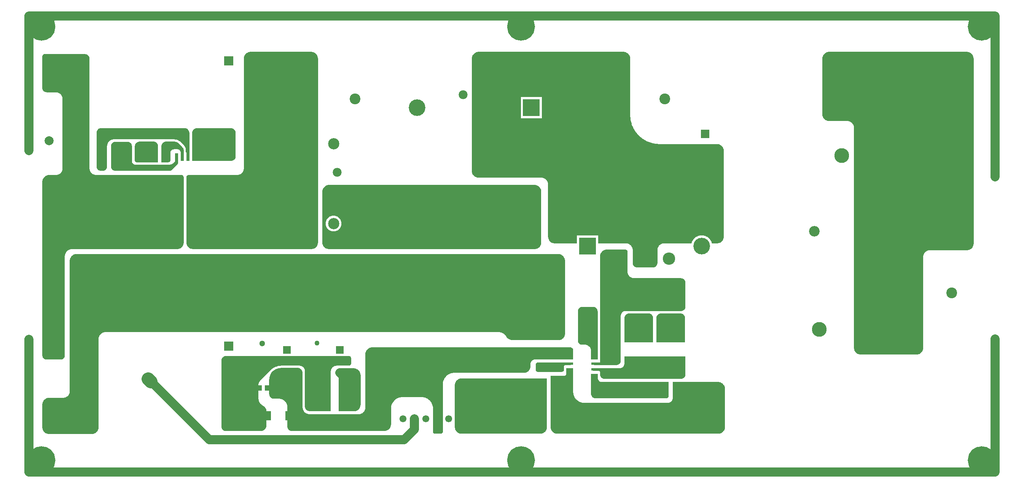
<source format=gtl>
G04*
G04 #@! TF.GenerationSoftware,Altium Limited,Altium Designer,19.1.5 (86)*
G04*
G04 Layer_Physical_Order=1*
G04 Layer_Color=255*
%FSLAX25Y25*%
%MOIN*%
G70*
G01*
G75*
%ADD16R,0.07284X0.13976*%
%ADD17R,0.15748X0.07874*%
%ADD18R,0.07284X0.04921*%
%ADD19R,0.06922X0.05140*%
%ADD20R,0.12598X0.07874*%
%ADD21R,0.10851X0.04547*%
%ADD22R,0.05728X0.02362*%
%ADD23R,0.06741X0.04166*%
%ADD24R,0.13976X0.07284*%
%ADD25R,0.02559X0.06890*%
%ADD26R,0.05136X0.07111*%
%ADD27R,0.04166X0.06741*%
%ADD43C,0.10827*%
%ADD44R,0.10827X0.10827*%
%ADD45C,0.14567*%
%ADD46R,0.14567X0.14567*%
%ADD58C,0.03937*%
%ADD59C,0.11811*%
%ADD60C,0.02559*%
%ADD61C,0.07874*%
%ADD62C,0.02362*%
%ADD63R,0.11811X0.08465*%
%ADD64C,0.12992*%
%ADD65R,0.12992X0.12992*%
%ADD66C,0.06102*%
%ADD67R,0.06102X0.06102*%
%ADD68C,0.09449*%
%ADD69R,0.09449X0.09449*%
%ADD70C,0.07874*%
%ADD71R,0.07874X0.07874*%
%ADD72C,0.19685*%
%ADD73C,0.06693*%
%ADD74R,0.06693X0.06693*%
%ADD75R,0.12992X0.12992*%
%ADD76C,0.05118*%
%ADD77C,0.07795*%
%ADD78R,0.07795X0.07795*%
%ADD79R,0.07795X0.07795*%
%ADD80C,0.09843*%
%ADD81C,0.09252*%
%ADD82C,0.05512*%
%ADD83C,0.04331*%
%ADD84C,0.04724*%
%ADD85C,0.05787*%
G36*
X829527Y375984D02*
X829527Y375984D01*
X829527Y375984D01*
X829760Y375984D01*
X830222Y375948D01*
X830680Y375875D01*
X831132Y375767D01*
X831573Y375623D01*
X832002Y375446D01*
X832415Y375235D01*
X832811Y374993D01*
X833186Y374720D01*
X833539Y374419D01*
X833867Y374091D01*
X834169Y373738D01*
X834442Y373362D01*
X834684Y372967D01*
X834895Y372553D01*
X835072Y372124D01*
X835216Y371683D01*
X835324Y371232D01*
X835397Y370773D01*
X835433Y370311D01*
X835433Y370079D01*
X835433Y208110D01*
X835433Y208110D01*
X835433Y207878D01*
X835396Y207415D01*
X835324Y206957D01*
X835215Y206506D01*
X835072Y206064D01*
X834894Y205636D01*
X834684Y205222D01*
X834441Y204826D01*
X834169Y204451D01*
X833867Y204098D01*
X833539Y203770D01*
X833186Y203469D01*
X832811Y203196D01*
X832415Y202954D01*
X832002Y202743D01*
X831573Y202565D01*
X831132Y202422D01*
X830680Y202314D01*
X830222Y202241D01*
X829760Y202205D01*
X829527Y202205D01*
X797165Y202205D01*
X797165Y202204D01*
X796933Y202200D01*
X796471Y202164D01*
X796013Y202091D01*
X795562Y201983D01*
X795121Y201839D01*
X794693Y201662D01*
X794280Y201452D01*
X793884Y201209D01*
X793509Y200937D01*
X793156Y200636D01*
X792829Y200308D01*
X792527Y199955D01*
X792255Y199580D01*
X792013Y199185D01*
X791802Y198772D01*
X791625Y198343D01*
X791481Y197902D01*
X791373Y197451D01*
X791301Y196993D01*
X791264Y196531D01*
X791260Y196299D01*
X791260Y116614D01*
X791260Y116614D01*
X791260Y116382D01*
X791223Y115919D01*
X791151Y115461D01*
X791042Y115010D01*
X790899Y114568D01*
X790721Y114140D01*
X790511Y113726D01*
X790268Y113330D01*
X789995Y112955D01*
X789694Y112602D01*
X789366Y112274D01*
X789013Y111973D01*
X788638Y111700D01*
X788242Y111458D01*
X787828Y111247D01*
X787400Y111069D01*
X786959Y110926D01*
X786507Y110818D01*
X786049Y110745D01*
X785586Y110709D01*
X785354Y110709D01*
X736575Y110709D01*
X736575Y110709D01*
X736343Y110709D01*
X735880Y110745D01*
X735422Y110818D01*
X734970Y110926D01*
X734529Y111069D01*
X734100Y111247D01*
X733687Y111458D01*
X733291Y111700D01*
X732916Y111973D01*
X732563Y112274D01*
X732235Y112602D01*
X731933Y112955D01*
X731661Y113331D01*
X731418Y113726D01*
X731208Y114140D01*
X731030Y114568D01*
X730887Y115010D01*
X730778Y115461D01*
X730706Y115919D01*
X730669Y116382D01*
X730669Y116614D01*
X730669Y309449D01*
X730669Y309449D01*
X730669Y309449D01*
X730665Y309684D01*
X730628Y310152D01*
X730554Y310616D01*
X730444Y311073D01*
X730299Y311520D01*
X730120Y311954D01*
X729906Y312373D01*
X729661Y312773D01*
X729385Y313154D01*
X729079Y313511D01*
X728747Y313843D01*
X728390Y314148D01*
X728010Y314424D01*
X727609Y314670D01*
X727190Y314883D01*
X726756Y315063D01*
X726309Y315208D01*
X725852Y315318D01*
X725388Y315392D01*
X724920Y315428D01*
X724685Y315433D01*
X708819D01*
Y315433D01*
X708587Y315433D01*
X708124Y315470D01*
X707666Y315542D01*
X707215Y315650D01*
X706773Y315794D01*
X706345Y315971D01*
X705931Y316182D01*
X705536Y316424D01*
X705160Y316697D01*
X704807Y316999D01*
X704479Y317327D01*
X704178Y317680D01*
X703905Y318055D01*
X703662Y318451D01*
X703452Y318864D01*
X703274Y319293D01*
X703131Y319734D01*
X703022Y320186D01*
X702950Y320644D01*
X702913Y321107D01*
Y321339D01*
Y370039D01*
X702913Y370273D01*
X702950Y370739D01*
X703023Y371200D01*
X703132Y371654D01*
X703276Y372099D01*
X703455Y372530D01*
X703667Y372946D01*
X703911Y373345D01*
X704186Y373723D01*
X704489Y374078D01*
X704820Y374408D01*
X705175Y374712D01*
X705553Y374986D01*
X705951Y375230D01*
X706367Y375442D01*
X706799Y375621D01*
X707243Y375765D01*
X707697Y375874D01*
X708159Y375948D01*
X708625Y375984D01*
X708858Y375984D01*
X730669Y375984D01*
X829527Y375984D01*
D02*
G37*
G36*
X528740Y375984D02*
X528740Y375984D01*
X528972Y375984D01*
X529435Y375948D01*
X529893Y375875D01*
X530344Y375767D01*
X530786Y375623D01*
X531214Y375446D01*
X531628Y375235D01*
X532023Y374993D01*
X532399Y374720D01*
X532752Y374419D01*
X533080Y374091D01*
X533381Y373738D01*
X533654Y373362D01*
X533897Y372967D01*
X534107Y372553D01*
X534285Y372124D01*
X534428Y371683D01*
X534537Y371232D01*
X534609Y370773D01*
X534646Y370311D01*
X534646Y370079D01*
Y320787D01*
X534646Y320787D01*
X534651Y320285D01*
X534690Y319283D01*
X534769Y318283D01*
X534887Y317286D01*
X535044Y316295D01*
X535239Y315311D01*
X535473Y314336D01*
X535746Y313370D01*
X536056Y312416D01*
X536403Y311474D01*
X536787Y310547D01*
X537207Y309636D01*
X537663Y308742D01*
X538153Y307867D01*
X538677Y307012D01*
X539235Y306177D01*
X539824Y305366D01*
X540446Y304578D01*
X541097Y303815D01*
X541778Y303078D01*
X542488Y302368D01*
X543224Y301688D01*
X543987Y301036D01*
X544775Y300415D01*
X545587Y299825D01*
X546421Y299268D01*
X547277Y298743D01*
X548152Y298253D01*
X549046Y297798D01*
X549957Y297378D01*
X550884Y296994D01*
X551826Y296646D01*
X552780Y296336D01*
X553745Y296064D01*
X554721Y295830D01*
X555705Y295634D01*
X556696Y295477D01*
X557692Y295359D01*
X558693Y295281D01*
X559695Y295241D01*
X560197Y295236D01*
X610709Y295236D01*
X610709Y295236D01*
X610709Y295236D01*
X610941Y295236D01*
X611403Y295199D01*
X611862Y295127D01*
X612313Y295019D01*
X612754Y294875D01*
X613183Y294698D01*
X613596Y294487D01*
X613992Y294245D01*
X614367Y293972D01*
X614720Y293671D01*
X615049Y293342D01*
X615350Y292990D01*
X615623Y292614D01*
X615865Y292218D01*
X616076Y291805D01*
X616253Y291376D01*
X616397Y290935D01*
X616505Y290484D01*
X616578Y290025D01*
X616614Y289563D01*
X616614Y289331D01*
X616614Y214173D01*
X616614Y214173D01*
X616614Y213936D01*
X616577Y213465D01*
X616503Y212997D01*
X616393Y212537D01*
X616246Y212087D01*
X616065Y211649D01*
X615850Y211228D01*
X615603Y210824D01*
X615325Y210441D01*
X615017Y210081D01*
X614682Y209747D01*
X614323Y209439D01*
X613940Y209161D01*
X613536Y208914D01*
X613114Y208699D01*
X612677Y208518D01*
X612227Y208371D01*
X611767Y208261D01*
X611299Y208187D01*
X610827Y208150D01*
X610591Y208150D01*
X606221D01*
X606186Y208301D01*
X606010Y208881D01*
X605796Y209448D01*
X605546Y210000D01*
X605261Y210534D01*
X604941Y211048D01*
X604588Y211541D01*
X604204Y212009D01*
X603790Y212451D01*
X603348Y212865D01*
X602879Y213249D01*
X602387Y213602D01*
X601872Y213922D01*
X601338Y214208D01*
X600787Y214458D01*
X600220Y214671D01*
X599640Y214847D01*
X599050Y214985D01*
X598452Y215083D01*
X597850Y215143D01*
X597244Y215162D01*
X596639Y215143D01*
X596036Y215083D01*
X595438Y214985D01*
X594848Y214847D01*
X594269Y214671D01*
X593702Y214458D01*
X593150Y214208D01*
X592616Y213922D01*
X592101Y213602D01*
X591609Y213249D01*
X591141Y212865D01*
X590698Y212451D01*
X590284Y212009D01*
X589900Y211541D01*
X589547Y211048D01*
X589227Y210534D01*
X588942Y210000D01*
X588692Y209448D01*
X588478Y208881D01*
X588303Y208301D01*
X588267Y208150D01*
X564331Y208150D01*
X564331Y208150D01*
X564099Y208145D01*
X563637Y208109D01*
X563179Y208036D01*
X562728Y207928D01*
X562287Y207785D01*
X561858Y207607D01*
X561445Y207397D01*
X561050Y207154D01*
X560675Y206882D01*
X560322Y206581D01*
X559994Y206253D01*
X559693Y205900D01*
X559420Y205525D01*
X559178Y205130D01*
X558968Y204716D01*
X558790Y204288D01*
X558647Y203847D01*
X558539Y203396D01*
X558466Y202938D01*
X558430Y202476D01*
X558425Y202244D01*
X558425Y191024D01*
X558425Y191024D01*
X558425Y190830D01*
X558387Y190445D01*
X558312Y190066D01*
X558200Y189696D01*
X558052Y189338D01*
X557869Y188997D01*
X557654Y188675D01*
X557409Y188376D01*
X557135Y188103D01*
X556836Y187857D01*
X556515Y187643D01*
X556174Y187460D01*
X555816Y187312D01*
X555446Y187200D01*
X555067Y187125D01*
X554682Y187087D01*
X554488Y187087D01*
X540748Y187087D01*
X540555Y187087D01*
X540170Y187125D01*
X539790Y187200D01*
X539420Y187312D01*
X539063Y187460D01*
X538722Y187643D01*
X538400Y187857D01*
X538101Y188103D01*
X537827Y188376D01*
X537582Y188675D01*
X537367Y188997D01*
X537185Y189338D01*
X537037Y189696D01*
X536924Y190066D01*
X536849Y190445D01*
X536811Y190830D01*
X536811Y191024D01*
X536811Y202244D01*
X536811D01*
X536811Y202244D01*
X536806Y202476D01*
X536770Y202938D01*
X536697Y203396D01*
X536589Y203847D01*
X536446Y204288D01*
X536269Y204716D01*
X536058Y205130D01*
X535816Y205525D01*
X535543Y205900D01*
X535242Y206253D01*
X534914Y206581D01*
X534562Y206882D01*
X534187Y207154D01*
X533791Y207397D01*
X533378Y207607D01*
X532949Y207785D01*
X532509Y207928D01*
X532058Y208036D01*
X531600Y208109D01*
X531137Y208145D01*
X530905Y208150D01*
X506496Y208150D01*
Y215158D01*
X487992D01*
Y208150D01*
X468622Y208150D01*
X468390Y208150D01*
X467928Y208186D01*
X467469Y208259D01*
X467018Y208367D01*
X466576Y208510D01*
X466148Y208688D01*
X465734Y208898D01*
X465339Y209141D01*
X464963Y209414D01*
X464610Y209715D01*
X464282Y210043D01*
X463981Y210396D01*
X463708Y210771D01*
X463465Y211167D01*
X463255Y211581D01*
X463077Y212010D01*
X462934Y212451D01*
X462825Y212902D01*
X462753Y213360D01*
X462716Y213823D01*
X462717Y214055D01*
X462716Y259764D01*
X462716D01*
X462716Y259764D01*
X462712Y259999D01*
X462675Y260467D01*
X462602Y260931D01*
X462492Y261388D01*
X462347Y261835D01*
X462167Y262269D01*
X461954Y262688D01*
X461708Y263088D01*
X461432Y263469D01*
X461127Y263826D01*
X460794Y264158D01*
X460437Y264463D01*
X460057Y264740D01*
X459656Y264985D01*
X459238Y265198D01*
X458804Y265378D01*
X458357Y265523D01*
X457900Y265633D01*
X457436Y265706D01*
X456967Y265743D01*
X456732Y265748D01*
X401811Y265748D01*
X401578Y265748D01*
X401112Y265785D01*
X400650Y265858D01*
X400196Y265967D01*
X399752Y266111D01*
X399320Y266290D01*
X398904Y266502D01*
X398506Y266746D01*
X398128Y267021D01*
X397773Y267324D01*
X397442Y267654D01*
X397139Y268010D01*
X396864Y268388D01*
X396620Y268786D01*
X396408Y269202D01*
X396229Y269634D01*
X396085Y270078D01*
X395976Y270532D01*
X395903Y270994D01*
X395866Y271459D01*
Y271693D01*
X395866Y370079D01*
X395866Y370079D01*
X395866Y370079D01*
X395866Y370311D01*
X395902Y370773D01*
X395975Y371232D01*
X396083Y371683D01*
X396227Y372124D01*
X396404Y372553D01*
X396615Y372967D01*
X396858Y373362D01*
X397130Y373738D01*
X397432Y374091D01*
X397760Y374419D01*
X398113Y374720D01*
X398488Y374993D01*
X398884Y375235D01*
X399297Y375446D01*
X399726Y375623D01*
X400167Y375767D01*
X400619Y375875D01*
X401077Y375948D01*
X401540Y375984D01*
X401772Y375984D01*
X528740Y375984D01*
X528740Y375984D01*
D02*
G37*
G36*
X255891Y375948D02*
X256350Y375875D01*
X256801Y375767D01*
X257242Y375623D01*
X257671Y375446D01*
X258085Y375235D01*
X258480Y374993D01*
X258856Y374720D01*
X259209Y374419D01*
X259537Y374091D01*
X259838Y373738D01*
X260111Y373362D01*
X260353Y372967D01*
X260564Y372553D01*
X260742Y372124D01*
X260885Y371683D01*
X260993Y371232D01*
X261066Y370773D01*
X261102Y370311D01*
X261102Y370079D01*
X261101Y209054D01*
X261101Y209054D01*
Y208822D01*
X261065Y208360D01*
X260992Y207901D01*
X260884Y207450D01*
X260741Y207009D01*
X260563Y206580D01*
X260352Y206167D01*
X260110Y205771D01*
X259837Y205396D01*
X259536Y205043D01*
X259208Y204715D01*
X258855Y204414D01*
X258480Y204141D01*
X258084Y203899D01*
X257671Y203688D01*
X257242Y203510D01*
X256801Y203367D01*
X256350Y203259D01*
X255891Y203186D01*
X255429Y203150D01*
X255197D01*
X151772Y203150D01*
X151540Y203150D01*
X151077Y203186D01*
X150619Y203258D01*
X150167Y203367D01*
X149726Y203510D01*
X149297Y203688D01*
X148884Y203899D01*
X148488Y204141D01*
X148113Y204414D01*
X147760Y204715D01*
X147432Y205043D01*
X147130Y205396D01*
X146858Y205772D01*
X146615Y206167D01*
X146404Y206581D01*
X146227Y207010D01*
X146083Y207451D01*
X145975Y207902D01*
X145903Y208361D01*
X145866Y208823D01*
X145866Y209055D01*
X145866Y266095D01*
X145866Y266142D01*
X145866Y266142D01*
X145866Y266142D01*
X145866Y266271D01*
X145900Y266527D01*
X145966Y266776D01*
X146065Y267014D01*
X146194Y267238D01*
X146351Y267442D01*
X146534Y267625D01*
X146739Y267782D01*
X146962Y267911D01*
X147201Y268010D01*
X147450Y268076D01*
X147706Y268110D01*
X147835Y268110D01*
X190150Y268110D01*
X190197Y268110D01*
X190197Y268110D01*
X190197Y268110D01*
X190430Y268115D01*
X190896Y268151D01*
X191357Y268225D01*
X191811Y268333D01*
X192254Y268478D01*
X192686Y268656D01*
X193102Y268868D01*
X193500Y269112D01*
X193877Y269387D01*
X194232Y269690D01*
X194562Y270020D01*
X194865Y270375D01*
X195140Y270752D01*
X195384Y271150D01*
X195596Y271566D01*
X195774Y271997D01*
X195919Y272441D01*
X196027Y272895D01*
X196100Y273356D01*
X196137Y273822D01*
X196142Y274055D01*
X196142Y370079D01*
X196142Y370079D01*
X196142Y370079D01*
X196142Y370311D01*
X196178Y370773D01*
X196251Y371232D01*
X196359Y371683D01*
X196502Y372124D01*
X196680Y372553D01*
X196891Y372967D01*
X197133Y373362D01*
X197406Y373738D01*
X197707Y374091D01*
X198035Y374419D01*
X198388Y374720D01*
X198764Y374993D01*
X199159Y375235D01*
X199573Y375446D01*
X200002Y375623D01*
X200443Y375767D01*
X200894Y375875D01*
X201353Y375948D01*
X201815Y375984D01*
X202047Y375984D01*
X255197Y375984D01*
X255197Y375984D01*
X255197Y375984D01*
X255429Y375984D01*
X255891Y375948D01*
D02*
G37*
G36*
X185034Y309139D02*
Y309139D01*
X185035D01*
X185500Y309112D01*
X185614Y309101D01*
X185993Y309025D01*
X186364Y308913D01*
X186722Y308765D01*
X187063Y308582D01*
X187385Y308367D01*
X187685Y308121D01*
X187959Y307847D01*
X188204Y307548D01*
X188420Y307226D01*
X188602Y306884D01*
X188750Y306526D01*
X188863Y306156D01*
X188938Y305776D01*
X188976Y305391D01*
X188976Y305197D01*
X188976Y284449D01*
X188976Y284449D01*
Y284254D01*
X188938Y283865D01*
X188862Y283483D01*
X188749Y283109D01*
X188599Y282749D01*
X188415Y282405D01*
X188199Y282080D01*
X187951Y281779D01*
X187675Y281503D01*
X187373Y281255D01*
X187049Y281038D01*
X186705Y280854D01*
X186344Y280705D01*
X185971Y280592D01*
X185588Y280516D01*
X185200Y280477D01*
X179485Y280477D01*
X152440Y280477D01*
X152087Y280831D01*
X152089Y287761D01*
X150866D01*
X150866Y305162D01*
X150866Y305162D01*
X150895Y305650D01*
X150904Y305747D01*
X150980Y306130D01*
X151094Y306504D01*
X151243Y306865D01*
X151428Y307209D01*
X151645Y307534D01*
X151892Y307836D01*
X152169Y308112D01*
X152471Y308360D01*
X152796Y308577D01*
X153140Y308761D01*
X153501Y308911D01*
X153875Y309024D01*
X154258Y309101D01*
X154647Y309139D01*
X154842Y309139D01*
X185034Y309139D01*
X185034Y309139D01*
D02*
G37*
G36*
X117738Y297251D02*
X118114Y297176D01*
X118480Y297065D01*
X118834Y296918D01*
X119172Y296738D01*
X119490Y296525D01*
X119786Y296282D01*
X120057Y296011D01*
X120300Y295715D01*
X120512Y295397D01*
X120693Y295059D01*
X120839Y294705D01*
X120951Y294339D01*
X121025Y293963D01*
X121036Y293854D01*
X121063Y293395D01*
Y293391D01*
X121063Y293391D01*
X121063Y293390D01*
X121063Y279178D01*
X102509Y279178D01*
X102253Y279212D01*
X102004Y279279D01*
X101765Y279377D01*
X101542Y279506D01*
X101337Y279663D01*
X101155Y279846D01*
X100997Y280051D01*
X100868Y280274D01*
X100770Y280513D01*
X100703Y280762D01*
X100669Y281018D01*
X100669Y293194D01*
X100669Y293395D01*
X100709Y293795D01*
X100787Y294190D01*
X100904Y294575D01*
X101058Y294947D01*
X101248Y295301D01*
X101471Y295636D01*
X101726Y295947D01*
X102011Y296231D01*
X102322Y296486D01*
X102656Y296710D01*
X103011Y296900D01*
X103383Y297054D01*
X103768Y297170D01*
X104162Y297249D01*
X104562Y297288D01*
X104764Y297288D01*
X104764Y297288D01*
X117165Y297288D01*
X117357Y297288D01*
X117738Y297251D01*
D02*
G37*
G36*
X94252Y297210D02*
X94252Y297210D01*
X94252D01*
X94715Y297183D01*
X94830Y297172D01*
X95209Y297096D01*
X95580Y296984D01*
X95937Y296836D01*
X96278Y296654D01*
X96600Y296439D01*
X96899Y296193D01*
X97172Y295920D01*
X97418Y295621D01*
X97633Y295299D01*
X97815Y294958D01*
X97963Y294601D01*
X98076Y294230D01*
X98151Y293851D01*
X98189Y293466D01*
X98189Y293273D01*
X98189Y280123D01*
X98193Y279980D01*
X98220Y279695D01*
X98276Y279415D01*
X98359Y279141D01*
X98469Y278877D01*
X98603Y278625D01*
X98762Y278387D01*
X98944Y278166D01*
X99146Y277964D01*
X99367Y277783D01*
X99605Y277624D01*
X99857Y277489D01*
X100121Y277380D01*
X100394Y277297D01*
X100675Y277241D01*
X100959Y277213D01*
X101102Y277210D01*
X102445D01*
X102509Y277205D01*
X121063Y277205D01*
X121127Y277210D01*
X130630D01*
X131106Y277210D01*
X131107Y277210D01*
X131264Y277212D01*
X131579Y277233D01*
X131580Y277233D01*
X131589Y277234D01*
X131894Y277274D01*
X132205Y277336D01*
X132510Y277418D01*
X132810Y277520D01*
X133103Y277641D01*
X133387Y277781D01*
X133661Y277939D01*
X133924Y278115D01*
X134175Y278308D01*
X134413Y278516D01*
X134527Y278626D01*
X135671Y279771D01*
X135671Y279771D01*
X135671Y279771D01*
X135672Y279772D01*
X135715Y279819D01*
X135787Y279927D01*
X135788Y279927D01*
X135838Y280048D01*
X135838Y280048D01*
X135863Y280176D01*
X135863Y280176D01*
X135866Y280241D01*
X138072Y280241D01*
X138425Y279888D01*
X138425Y278520D01*
X138424Y278520D01*
X138425Y278420D01*
X138405Y278222D01*
X138366Y278027D01*
X138309Y277837D01*
X138233Y277653D01*
X138139Y277478D01*
X138028Y277313D01*
X137902Y277159D01*
X137832Y277089D01*
X133403Y272660D01*
X133402Y272660D01*
X133298Y272555D01*
X133069Y272367D01*
X132822Y272202D01*
X132561Y272063D01*
X132288Y271949D01*
X132004Y271863D01*
X131713Y271806D01*
X131419Y271777D01*
X131271Y271777D01*
X83740Y271777D01*
X83545Y271777D01*
X83156Y271815D01*
X82773Y271891D01*
X82399Y272004D01*
X82038Y272154D01*
X81694Y272338D01*
X81369Y272555D01*
X81067Y272803D01*
X80790Y273079D01*
X80542Y273381D01*
X80325Y273706D01*
X80141Y274051D01*
X79992Y274412D01*
X79878Y274786D01*
X79802Y275169D01*
X79764Y275558D01*
Y293273D01*
X79764Y293466D01*
X79802Y293851D01*
X79877Y294230D01*
X79989Y294601D01*
X80137Y294958D01*
X80320Y295299D01*
X80535Y295621D01*
X80780Y295920D01*
X81054Y296193D01*
X81353Y296439D01*
X81674Y296654D01*
X82015Y296836D01*
X82373Y296984D01*
X82743Y297096D01*
X83122Y297172D01*
X83507Y297210D01*
X83701Y297210D01*
X94252Y297210D01*
X94252Y297210D01*
D02*
G37*
G36*
X127953Y297288D02*
X135398Y297288D01*
X135398Y297288D01*
X135398Y297288D01*
X135414Y297288D01*
X135861Y297270D01*
X135938Y297265D01*
X136295Y297218D01*
X136648Y297147D01*
X136996Y297054D01*
X137337Y296939D01*
X137670Y296801D01*
X137993Y296642D01*
X138305Y296462D01*
X138604Y296262D01*
X138890Y296042D01*
X139161Y295805D01*
X139288Y295677D01*
X142384Y292582D01*
X142384Y292581D01*
X142384Y292581D01*
X142392Y292573D01*
X142702Y292221D01*
X142729Y292188D01*
X142923Y291897D01*
X143088Y291589D01*
X143221Y291267D01*
X143323Y290933D01*
X143391Y290591D01*
X143425Y290243D01*
X143425Y290069D01*
X143425Y288311D01*
X143072Y287958D01*
X140945Y287958D01*
X140636Y288779D01*
X140636D01*
X140636Y288779D01*
X140586Y288918D01*
X140465Y289187D01*
X140465Y289188D01*
X140455Y289204D01*
X140394Y289308D01*
Y289311D01*
X140392D01*
X140315Y289442D01*
X140138Y289678D01*
X139936Y289894D01*
X139711Y290086D01*
X139467Y290252D01*
X139207Y290391D01*
X138932Y290500D01*
X138647Y290578D01*
X138356Y290625D01*
X138061Y290640D01*
X137913Y290635D01*
X135379Y290635D01*
X135379Y290635D01*
X135219Y290632D01*
X134901Y290612D01*
X134584Y290571D01*
X134271Y290511D01*
X134116Y290473D01*
X133955Y290426D01*
X133644Y290307D01*
X133348Y290155D01*
X133070Y289971D01*
X132813Y289758D01*
X132582Y289518D01*
X132378Y289254D01*
X132205Y288970D01*
X132063Y288668D01*
X131956Y288353D01*
X131883Y288028D01*
X131847Y287696D01*
X131842Y287530D01*
X131842Y281217D01*
X131842Y281217D01*
Y281086D01*
X131808Y280826D01*
X131740Y280573D01*
X131640Y280331D01*
X131509Y280104D01*
X131349Y279896D01*
X131164Y279711D01*
X130956Y279551D01*
X130729Y279420D01*
X130487Y279320D01*
X130233Y279252D01*
X129974Y279218D01*
X124016D01*
X124016Y285969D01*
X124016Y293351D01*
X124016Y293351D01*
X124045Y293839D01*
X124054Y293929D01*
X124129Y294309D01*
X124241Y294679D01*
X124389Y295037D01*
X124571Y295378D01*
X124786Y295699D01*
X125032Y295999D01*
X125305Y296272D01*
X125604Y296517D01*
X125926Y296732D01*
X126267Y296915D01*
X126625Y297063D01*
X126995Y297175D01*
X127374Y297251D01*
X127759Y297288D01*
X127953Y297288D01*
D02*
G37*
G36*
X71024Y309139D02*
X144489Y309138D01*
X144489Y309138D01*
X144489Y309138D01*
X144682Y309138D01*
X145067Y309100D01*
X145446Y309024D01*
X145817Y308912D01*
X146174Y308764D01*
X146515Y308582D01*
X146837Y308367D01*
X147135Y308122D01*
X147409Y307848D01*
X147654Y307549D01*
X147869Y307228D01*
X148052Y306887D01*
X148200Y306529D01*
X148312Y306159D01*
X148387Y305780D01*
X148425Y305395D01*
X148425Y305202D01*
X148425Y287757D01*
X148390Y287721D01*
X145866Y287721D01*
X145399Y288189D01*
Y288215D01*
X145396Y288275D01*
X145398Y288311D01*
X145398Y290068D01*
X145398Y290243D01*
X145392Y290339D01*
X145388Y290436D01*
X145354Y290784D01*
X145338Y290879D01*
X145326Y290975D01*
X145258Y291318D01*
X145233Y291411D01*
X145211Y291506D01*
X145109Y291840D01*
X145075Y291931D01*
X145044Y292022D01*
X144910Y292345D01*
X144867Y292432D01*
X144827Y292520D01*
X144663Y292828D01*
X144612Y292910D01*
X144563Y292994D01*
X144369Y293284D01*
X144310Y293361D01*
X144253Y293440D01*
X144226Y293473D01*
X144214Y293486D01*
X144212Y293489D01*
X144204Y293496D01*
X144203Y293498D01*
X144182Y293525D01*
X143872Y293877D01*
X143827Y293921D01*
X143810Y293941D01*
X143779Y293976D01*
X140683Y297072D01*
X140556Y297199D01*
X140507Y297242D01*
X140462Y297288D01*
X140191Y297525D01*
X140140Y297565D01*
X140091Y297607D01*
X139805Y297827D01*
X139752Y297862D01*
X139700Y297902D01*
X139401Y298102D01*
X139345Y298134D01*
X139291Y298170D01*
X138979Y298350D01*
X138921Y298379D01*
X138865Y298411D01*
X138542Y298570D01*
X138483Y298595D01*
X138425Y298624D01*
X138092Y298761D01*
X138031Y298782D01*
X137971Y298807D01*
X137630Y298922D01*
X137567Y298939D01*
X137506Y298960D01*
X137158Y299053D01*
X137095Y299066D01*
X137032Y299082D01*
X136679Y299153D01*
X136615Y299161D01*
X136552Y299173D01*
X136195Y299220D01*
X136130Y299225D01*
X136066Y299233D01*
X135989Y299238D01*
X135965Y299238D01*
X135942Y299240D01*
X135495Y299259D01*
X135454Y299258D01*
X135413Y299260D01*
X135408D01*
X135398Y299261D01*
X134327D01*
X134291Y299296D01*
X82247Y299296D01*
X82247Y299296D01*
X82018Y299292D01*
X81561Y299256D01*
X81108Y299184D01*
X80662Y299077D01*
X80226Y298936D01*
X79802Y298760D01*
X79394Y298552D01*
X79003Y298313D01*
X78632Y298043D01*
X78283Y297746D01*
X77958Y297422D01*
X77660Y297073D01*
X77390Y296703D01*
X77150Y296312D01*
X76942Y295904D01*
X76766Y295480D01*
X76624Y295044D01*
X76516Y294599D01*
X76444Y294146D01*
X76408Y293689D01*
X76403Y293459D01*
X76380Y275673D01*
X76380Y275673D01*
X76379Y275482D01*
X76341Y275101D01*
X76266Y274725D01*
X76155Y274359D01*
X76008Y274005D01*
X75827Y273667D01*
X75614Y273349D01*
X75371Y273053D01*
X75099Y272782D01*
X74803Y272539D01*
X74485Y272327D01*
X74147Y272146D01*
X73793Y272000D01*
X73426Y271889D01*
X73050Y271814D01*
X72669Y271777D01*
X72478Y271777D01*
X71102Y271777D01*
X71102Y271777D01*
X70905D01*
X70512Y271815D01*
X70125Y271892D01*
X69748Y272007D01*
X69383Y272158D01*
X69035Y272344D01*
X68707Y272563D01*
X68402Y272813D01*
X68123Y273092D01*
X67873Y273397D01*
X67654Y273725D01*
X67468Y274073D01*
X67317Y274438D01*
X67202Y274815D01*
X67125Y275202D01*
X67087Y275595D01*
X67087Y305202D01*
X67087Y305202D01*
X67087Y305202D01*
Y305395D01*
X67124Y305780D01*
X67200Y306160D01*
X67312Y306530D01*
X67460Y306887D01*
X67643Y307228D01*
X67858Y307550D01*
X68103Y307849D01*
X68376Y308122D01*
X68676Y308368D01*
X68997Y308583D01*
X69338Y308765D01*
X69696Y308913D01*
X70066Y309025D01*
X70445Y309101D01*
X70830Y309139D01*
X71024Y309139D01*
D02*
G37*
G36*
X21654Y374016D02*
X57087Y374016D01*
X57087Y374016D01*
X57087Y374016D01*
X57280Y374016D01*
X57665Y373978D01*
X58044Y373902D01*
X58415Y373790D01*
X58772Y373642D01*
X59113Y373460D01*
X59435Y373245D01*
X59734Y372999D01*
X60007Y372726D01*
X60253Y372427D01*
X60468Y372105D01*
X60650Y371764D01*
X60798Y371407D01*
X60910Y371037D01*
X60986Y370657D01*
X61024Y370272D01*
X61023Y370079D01*
X61024Y274016D01*
X61024Y274016D01*
X61028Y273784D01*
X61064Y273322D01*
X61137Y272864D01*
X61245Y272413D01*
X61389Y271972D01*
X61566Y271543D01*
X61777Y271130D01*
X62019Y270735D01*
X62291Y270360D01*
X62593Y270007D01*
X62920Y269679D01*
X63273Y269378D01*
X63648Y269106D01*
X64044Y268863D01*
X64457Y268653D01*
X64885Y268475D01*
X65326Y268332D01*
X65777Y268224D01*
X66235Y268151D01*
X66697Y268115D01*
X66929Y268110D01*
X141496Y268110D01*
X141496Y268110D01*
X141496Y268110D01*
X141625Y268110D01*
X141881Y268077D01*
X142130Y268010D01*
X142369Y267911D01*
X142592Y267782D01*
X142797Y267625D01*
X142979Y267442D01*
X143136Y267238D01*
X143265Y267014D01*
X143364Y266776D01*
X143431Y266527D01*
X143465Y266271D01*
X143465Y266142D01*
X143465Y208976D01*
X143465D01*
X143465Y208744D01*
X143428Y208282D01*
X143356Y207823D01*
X143247Y207372D01*
X143104Y206931D01*
X142926Y206502D01*
X142716Y206089D01*
X142473Y205693D01*
X142200Y205317D01*
X141899Y204965D01*
X141571Y204637D01*
X141218Y204335D01*
X140842Y204062D01*
X140447Y203820D01*
X140033Y203609D01*
X139605Y203432D01*
X139163Y203288D01*
X138712Y203180D01*
X138254Y203107D01*
X137791Y203071D01*
X45590D01*
X45590Y203071D01*
X45346Y203066D01*
X44859Y203028D01*
X44377Y202951D01*
X43902Y202837D01*
X43437Y202686D01*
X42986Y202499D01*
X42551Y202278D01*
X42135Y202022D01*
X41739Y201735D01*
X41368Y201418D01*
X41023Y201073D01*
X40705Y200701D01*
X40418Y200306D01*
X40163Y199890D01*
X39941Y199455D01*
X39755Y199003D01*
X39604Y198539D01*
X39490Y198064D01*
X39413Y197582D01*
X39375Y197095D01*
X39370Y196850D01*
X39370Y110236D01*
X39370Y110236D01*
Y110043D01*
X39332Y109658D01*
X39257Y109278D01*
X39144Y108908D01*
X38996Y108551D01*
X38814Y108210D01*
X38599Y107888D01*
X38354Y107589D01*
X38080Y107316D01*
X37781Y107070D01*
X37459Y106855D01*
X37118Y106673D01*
X36761Y106525D01*
X36391Y106413D01*
X36011Y106337D01*
X35627Y106299D01*
X23622Y106299D01*
X23429Y106299D01*
X23044Y106337D01*
X22664Y106413D01*
X22294Y106525D01*
X21937Y106673D01*
X21596Y106855D01*
X21274Y107070D01*
X20975Y107316D01*
X20701Y107589D01*
X20456Y107888D01*
X20241Y108210D01*
X20059Y108551D01*
X19911Y108908D01*
X19798Y109278D01*
X19723Y109658D01*
X19685Y110043D01*
Y110236D01*
Y262205D01*
X19685Y262437D01*
X19721Y262899D01*
X19794Y263358D01*
X19902Y263809D01*
X20046Y264250D01*
X20223Y264679D01*
X20434Y265093D01*
X20676Y265488D01*
X20949Y265864D01*
X21250Y266217D01*
X21579Y266545D01*
X21932Y266846D01*
X22307Y267119D01*
X22703Y267361D01*
X23116Y267572D01*
X23545Y267750D01*
X23986Y267893D01*
X24438Y268001D01*
X24896Y268074D01*
X25359Y268110D01*
X25591Y268110D01*
X31448Y268110D01*
X31496Y268110D01*
X31496Y268110D01*
X31496Y268110D01*
X31728Y268115D01*
X32190Y268151D01*
X32648Y268224D01*
X33099Y268332D01*
X33540Y268475D01*
X33968Y268653D01*
X34382Y268863D01*
X34777Y269105D01*
X35152Y269378D01*
X35505Y269679D01*
X35833Y270007D01*
X36134Y270360D01*
X36406Y270735D01*
X36649Y271130D01*
X36859Y271543D01*
X37037Y271972D01*
X37180Y272413D01*
X37288Y272864D01*
X37361Y273322D01*
X37397Y273784D01*
X37402Y274016D01*
X37402Y334646D01*
X37402D01*
X37402Y334646D01*
X37397Y334877D01*
X37361Y335340D01*
X37288Y335798D01*
X37180Y336249D01*
X37037Y336690D01*
X36859Y337118D01*
X36649Y337531D01*
X36406Y337927D01*
X36134Y338302D01*
X35833Y338654D01*
X35505Y338982D01*
X35152Y339283D01*
X34777Y339556D01*
X34382Y339798D01*
X33968Y340009D01*
X33540Y340186D01*
X33099Y340330D01*
X32648Y340438D01*
X32190Y340510D01*
X31728Y340547D01*
X31496Y340551D01*
X23622Y340551D01*
X23429Y340551D01*
X23044Y340589D01*
X22664Y340665D01*
X22294Y340777D01*
X21937Y340925D01*
X21596Y341107D01*
X21274Y341322D01*
X20975Y341567D01*
X20701Y341841D01*
X20456Y342140D01*
X20241Y342462D01*
X20059Y342803D01*
X19911Y343160D01*
X19798Y343530D01*
X19723Y343910D01*
X19685Y344295D01*
X19685Y344488D01*
X19685Y371999D01*
X19685Y372047D01*
X19685Y372047D01*
X19685Y372047D01*
X19685Y372176D01*
X19719Y372432D01*
X19785Y372681D01*
X19884Y372920D01*
X20013Y373143D01*
X20170Y373348D01*
X20353Y373531D01*
X20557Y373688D01*
X20781Y373817D01*
X21019Y373915D01*
X21269Y373982D01*
X21524Y374016D01*
X21654Y374016D01*
D02*
G37*
G36*
X270866Y259449D02*
X450787Y259449D01*
X451019D01*
X451482Y259412D01*
X451940Y259340D01*
X452392Y259231D01*
X452833Y259088D01*
X453262Y258910D01*
X453675Y258700D01*
X454071Y258457D01*
X454446Y258185D01*
X454799Y257883D01*
X455127Y257555D01*
X455429Y257202D01*
X455701Y256827D01*
X455944Y256431D01*
X456155Y256018D01*
X456332Y255589D01*
X456476Y255148D01*
X456584Y254696D01*
X456657Y254238D01*
X456693Y253775D01*
Y253543D01*
Y209055D01*
X456693Y209055D01*
X456693Y208823D01*
X456657Y208360D01*
X456584Y207902D01*
X456476Y207451D01*
X456332Y207010D01*
X456155Y206581D01*
X455944Y206167D01*
X455701Y205772D01*
X455429Y205396D01*
X455127Y205043D01*
X454799Y204715D01*
X454446Y204414D01*
X454071Y204141D01*
X453675Y203899D01*
X453262Y203688D01*
X452833Y203510D01*
X452392Y203367D01*
X451940Y203259D01*
X451482Y203186D01*
X451019Y203150D01*
X450787Y203150D01*
X270866Y203150D01*
X270634Y203150D01*
X270171Y203186D01*
X269713Y203259D01*
X269262Y203367D01*
X268821Y203510D01*
X268392Y203688D01*
X267978Y203899D01*
X267583Y204141D01*
X267207Y204414D01*
X266854Y204715D01*
X266526Y205043D01*
X266225Y205396D01*
X265952Y205772D01*
X265710Y206167D01*
X265499Y206581D01*
X265321Y207010D01*
X265178Y207451D01*
X265070Y207902D01*
X264997Y208360D01*
X264961Y208823D01*
X264961Y209055D01*
X264961Y253543D01*
X264961Y253543D01*
X264981Y254035D01*
X264997Y254238D01*
X265070Y254696D01*
X265178Y255147D01*
X265321Y255589D01*
X265499Y256017D01*
X265709Y256431D01*
X265952Y256827D01*
X266225Y257202D01*
X266526Y257555D01*
X266854Y257883D01*
X267207Y258185D01*
X267583Y258457D01*
X267978Y258700D01*
X268392Y258910D01*
X268821Y259088D01*
X269262Y259231D01*
X269713Y259340D01*
X270171Y259412D01*
X270634Y259449D01*
X270866Y259449D01*
D02*
G37*
G36*
X530315Y202756D02*
X530315Y202756D01*
X530444Y202756D01*
X530700Y202722D01*
X530949Y202655D01*
X531187Y202557D01*
X531411Y202428D01*
X531616Y202271D01*
X531798Y202088D01*
X531955Y201883D01*
X532084Y201660D01*
X532183Y201421D01*
X532250Y201172D01*
X532283Y200916D01*
X532283Y183622D01*
X532288Y183385D01*
X532325Y182914D01*
X532399Y182447D01*
X532510Y181987D01*
X532656Y181537D01*
X532837Y181100D01*
X533051Y180679D01*
X533299Y180275D01*
X533577Y179893D01*
X533884Y179533D01*
X534218Y179199D01*
X534578Y178892D01*
X534961Y178613D01*
X535364Y178366D01*
X535785Y178152D01*
X536222Y177971D01*
X536672Y177824D01*
X537132Y177714D01*
X537599Y177640D01*
X538071Y177603D01*
X538307Y177598D01*
X579134Y177598D01*
X579134Y177598D01*
X579134Y177598D01*
X579327Y177598D01*
X579712Y177560D01*
X580091Y177485D01*
X580462Y177373D01*
X580819Y177225D01*
X581160Y177042D01*
X581482Y176827D01*
X581781Y176582D01*
X582055Y176309D01*
X582300Y176010D01*
X582515Y175688D01*
X582697Y175347D01*
X582845Y174989D01*
X582958Y174619D01*
X583033Y174240D01*
X583071Y173855D01*
X583071Y173661D01*
X583071Y152953D01*
X583071D01*
X583071Y152750D01*
X583031Y152346D01*
X582952Y151947D01*
X582834Y151558D01*
X582679Y151183D01*
X582487Y150825D01*
X582261Y150487D01*
X582004Y150173D01*
X581716Y149886D01*
X581402Y149628D01*
X581065Y149403D01*
X580707Y149211D01*
X580331Y149056D01*
X579943Y148938D01*
X579544Y148859D01*
X579140Y148819D01*
X578937Y148819D01*
X530354D01*
X530354Y148819D01*
X530159Y148814D01*
X529771Y148776D01*
X529388Y148700D01*
X529015Y148586D01*
X528654Y148437D01*
X528310Y148253D01*
X527986Y148036D01*
X527684Y147789D01*
X527408Y147513D01*
X527161Y147211D01*
X526944Y146887D01*
X526760Y146543D01*
X526610Y146182D01*
X526497Y145809D01*
X526421Y145426D01*
X526383Y145038D01*
X526378Y144843D01*
X526378Y105551D01*
X526378Y105551D01*
X526378Y105352D01*
X526339Y104955D01*
X526261Y104565D01*
X526145Y104183D01*
X525993Y103815D01*
X525805Y103464D01*
X525584Y103133D01*
X525331Y102825D01*
X525049Y102543D01*
X524741Y102290D01*
X524410Y102069D01*
X524059Y101881D01*
X523691Y101728D01*
X523309Y101613D01*
X522919Y101535D01*
X522522Y101496D01*
X522323Y101496D01*
X508150D01*
Y196850D01*
X508150Y197082D01*
X508186Y197545D01*
X508259Y198003D01*
X508367Y198454D01*
X508510Y198896D01*
X508688Y199325D01*
X508898Y199738D01*
X509141Y200134D01*
X509414Y200509D01*
X509715Y200862D01*
X510043Y201190D01*
X510396Y201492D01*
X510772Y201764D01*
X511167Y202007D01*
X511581Y202218D01*
X512009Y202395D01*
X512451Y202539D01*
X512902Y202647D01*
X513360Y202719D01*
X513823Y202756D01*
X514055Y202756D01*
X530315Y202756D01*
X530315Y202756D01*
D02*
G37*
G36*
X502165Y152520D02*
X502165Y152520D01*
X502359Y152520D01*
X502744Y152482D01*
X503123Y152406D01*
X503493Y152294D01*
X503851Y152146D01*
X504192Y151964D01*
X504513Y151749D01*
X504812Y151503D01*
X505086Y151230D01*
X505331Y150931D01*
X505546Y150609D01*
X505729Y150268D01*
X505877Y149911D01*
X505989Y149540D01*
X506064Y149161D01*
X506102Y148776D01*
X506102Y148583D01*
X506102Y106496D01*
X500354Y106496D01*
X500354Y114055D01*
X500354Y114055D01*
X500354Y114055D01*
X500350Y114261D01*
X500318Y114671D01*
X500254Y115077D01*
X500158Y115476D01*
X500031Y115867D01*
X499873Y116247D01*
X499687Y116614D01*
X499472Y116964D01*
X499230Y117297D01*
X498963Y117609D01*
X498672Y117900D01*
X498360Y118167D01*
X498027Y118409D01*
X497677Y118624D01*
X497310Y118810D01*
X496931Y118968D01*
X496539Y119095D01*
X496140Y119191D01*
X495734Y119255D01*
X495324Y119287D01*
X495118Y119291D01*
X492717D01*
X492717Y119291D01*
X492523Y119291D01*
X492138Y119329D01*
X491759Y119405D01*
X491389Y119517D01*
X491031Y119665D01*
X490690Y119847D01*
X490368Y120062D01*
X490069Y120308D01*
X489796Y120581D01*
X489550Y120880D01*
X489336Y121202D01*
X489153Y121543D01*
X489005Y121900D01*
X488893Y122271D01*
X488818Y122650D01*
X488779Y123035D01*
X488780Y123228D01*
X488780Y148583D01*
X488780Y148583D01*
X488780Y148583D01*
X488780Y148776D01*
X488818Y149161D01*
X488893Y149540D01*
X489005Y149911D01*
X489153Y150268D01*
X489336Y150609D01*
X489550Y150931D01*
X489796Y151230D01*
X490069Y151503D01*
X490368Y151749D01*
X490690Y151964D01*
X491031Y152146D01*
X491389Y152294D01*
X491759Y152406D01*
X492138Y152482D01*
X492523Y152520D01*
X492717Y152520D01*
X502165Y152520D01*
X502165Y152520D01*
D02*
G37*
G36*
X578722Y146711D02*
X578916Y146711D01*
X579303Y146673D01*
X579684Y146598D01*
X580056Y146485D01*
X580415Y146336D01*
X580758Y146153D01*
X581081Y145937D01*
X581381Y145690D01*
X581656Y145415D01*
X581903Y145115D01*
X582119Y144792D01*
X582302Y144449D01*
X582450Y144090D01*
X582563Y143718D01*
X582639Y143337D01*
X582677Y142950D01*
X582677Y142756D01*
X582677D01*
X582677Y142756D01*
X582677Y121397D01*
X557480Y121397D01*
X557480Y142756D01*
X557480Y142950D01*
X557518Y143337D01*
X557594Y143718D01*
X557707Y144090D01*
X557856Y144449D01*
X558039Y144792D01*
X558255Y145115D01*
X558501Y145415D01*
X558776Y145690D01*
X559077Y145937D01*
X559400Y146153D01*
X559743Y146336D01*
X560102Y146485D01*
X560473Y146598D01*
X560855Y146673D01*
X561241Y146711D01*
X561436Y146711D01*
X561436Y146711D01*
X578722Y146711D01*
D02*
G37*
G36*
X551350Y146673D02*
X551731Y146598D01*
X552103Y146485D01*
X552462Y146336D01*
X552805Y146153D01*
X553128Y145937D01*
X553429Y145690D01*
X553703Y145415D01*
X553950Y145115D01*
X554166Y144792D01*
X554349Y144449D01*
X554498Y144090D01*
X554610Y143718D01*
X554686Y143337D01*
X554725Y142950D01*
X554724Y142756D01*
X554724Y142756D01*
X554725Y142756D01*
X554724Y121397D01*
X529528D01*
X529528Y142756D01*
X529528Y142950D01*
X529566Y143337D01*
X529641Y143718D01*
X529754Y144090D01*
X529903Y144449D01*
X530086Y144792D01*
X530302Y145115D01*
X530549Y145415D01*
X530823Y145690D01*
X531124Y145937D01*
X531447Y146153D01*
X531790Y146336D01*
X532149Y146485D01*
X532521Y146597D01*
X532902Y146673D01*
X533289Y146711D01*
X533483Y146711D01*
X533483Y146711D01*
X550769Y146711D01*
X550963Y146711D01*
X551350Y146673D01*
D02*
G37*
G36*
X49607Y198819D02*
X471575Y198819D01*
X471575Y198819D01*
X471575Y198819D01*
X471807Y198819D01*
X472270Y198782D01*
X472728Y198710D01*
X473179Y198601D01*
X473621Y198458D01*
X474049Y198280D01*
X474463Y198070D01*
X474858Y197827D01*
X475234Y197555D01*
X475587Y197253D01*
X475915Y196925D01*
X476216Y196572D01*
X476489Y196197D01*
X476731Y195801D01*
X476942Y195388D01*
X477120Y194959D01*
X477263Y194518D01*
X477371Y194066D01*
X477444Y193608D01*
X477480Y193145D01*
X477480Y192913D01*
X477480Y149439D01*
X477480Y130319D01*
Y129134D01*
X477480Y129134D01*
Y128906D01*
X477445Y128453D01*
X477373Y128004D01*
X477267Y127562D01*
X477127Y127129D01*
X476953Y126709D01*
X476746Y126304D01*
X476509Y125916D01*
X476241Y125548D01*
X475946Y125202D01*
X475624Y124881D01*
X475279Y124585D01*
X474911Y124318D01*
X474523Y124081D01*
X474118Y123874D01*
X473698Y123700D01*
X473265Y123559D01*
X472823Y123453D01*
X472374Y123382D01*
X471920Y123346D01*
X471693D01*
X431863Y123346D01*
X431643Y123346D01*
X431204Y123375D01*
X430767Y123432D01*
X430335Y123516D01*
X429909Y123629D01*
X429491Y123768D01*
X429083Y123934D01*
X428687Y124127D01*
X428304Y124344D01*
X427936Y124586D01*
X427584Y124851D01*
X427250Y125138D01*
X426936Y125446D01*
X426641Y125773D01*
X426369Y126119D01*
X426119Y126482D01*
X426006Y126671D01*
X426006D01*
X426006Y126671D01*
X425879Y126876D01*
X425606Y127274D01*
X425307Y127653D01*
X424984Y128012D01*
X424639Y128350D01*
X424273Y128665D01*
X423887Y128955D01*
X423484Y129220D01*
X423064Y129458D01*
X422629Y129669D01*
X422182Y129851D01*
X421725Y130005D01*
X421258Y130128D01*
X420784Y130221D01*
X420305Y130283D01*
X419823Y130314D01*
X419582Y130318D01*
X74839Y130312D01*
X74839Y130312D01*
X74606Y130307D01*
X74141Y130270D01*
X73680Y130197D01*
X73226Y130088D01*
X72783Y129944D01*
X72352Y129766D01*
X71936Y129554D01*
X71538Y129310D01*
X71161Y129036D01*
X70806Y128733D01*
X70476Y128403D01*
X70173Y128048D01*
X69899Y127671D01*
X69655Y127273D01*
X69443Y126857D01*
X69265Y126426D01*
X69121Y125983D01*
X69012Y125529D01*
X68939Y125068D01*
X68902Y124603D01*
X68898Y124370D01*
X68898Y46968D01*
X68898Y46968D01*
X68898Y46736D01*
X68861Y46274D01*
X68789Y45816D01*
X68680Y45364D01*
X68537Y44923D01*
X68359Y44494D01*
X68149Y44081D01*
X67906Y43685D01*
X67633Y43310D01*
X67332Y42957D01*
X67004Y42629D01*
X66651Y42327D01*
X66276Y42054D01*
X65880Y41812D01*
X65466Y41601D01*
X65038Y41424D01*
X64596Y41280D01*
X64145Y41172D01*
X63687Y41099D01*
X63224Y41063D01*
X62992Y41063D01*
X25591Y41063D01*
X25358Y41063D01*
X24896Y41099D01*
X24438Y41172D01*
X23986Y41280D01*
X23545Y41424D01*
X23116Y41601D01*
X22703Y41812D01*
X22307Y42054D01*
X21932Y42327D01*
X21579Y42629D01*
X21251Y42957D01*
X20949Y43310D01*
X20676Y43685D01*
X20434Y44081D01*
X20223Y44494D01*
X20046Y44923D01*
X19902Y45364D01*
X19794Y45816D01*
X19721Y46274D01*
X19685Y46736D01*
X19685Y46968D01*
Y66929D01*
X19685Y67161D01*
X19721Y67624D01*
X19794Y68082D01*
X19902Y68533D01*
X20046Y68975D01*
X20223Y69403D01*
X20434Y69817D01*
X20676Y70213D01*
X20949Y70588D01*
X21250Y70941D01*
X21579Y71269D01*
X21932Y71571D01*
X22307Y71843D01*
X22703Y72086D01*
X23116Y72297D01*
X23545Y72474D01*
X23986Y72617D01*
X24438Y72726D01*
X24896Y72798D01*
X25359Y72835D01*
X25591Y72835D01*
X37748Y72835D01*
X37795Y72835D01*
X37795Y72835D01*
X37795Y72835D01*
X38027Y72839D01*
X38489Y72875D01*
X38947Y72948D01*
X39398Y73056D01*
X39839Y73199D01*
X40268Y73377D01*
X40681Y73587D01*
X41076Y73830D01*
X41451Y74102D01*
X41804Y74403D01*
X42132Y74731D01*
X42433Y75084D01*
X42706Y75459D01*
X42948Y75854D01*
X43159Y76268D01*
X43336Y76696D01*
X43479Y77137D01*
X43587Y77588D01*
X43660Y78046D01*
X43696Y78508D01*
X43701Y78740D01*
X43701Y131070D01*
X43701Y192866D01*
X43701Y192913D01*
X43701Y192913D01*
X43701Y192913D01*
X43701Y193145D01*
X43737Y193608D01*
X43810Y194067D01*
X43918Y194518D01*
X44061Y194959D01*
X44239Y195388D01*
X44450Y195801D01*
X44692Y196197D01*
X44965Y196573D01*
X45266Y196926D01*
X45594Y197254D01*
X45947Y197555D01*
X46323Y197828D01*
X46719Y198071D01*
X47132Y198281D01*
X47561Y198459D01*
X48002Y198602D01*
X48454Y198711D01*
X48912Y198783D01*
X49375Y198819D01*
X49607Y198819D01*
D02*
G37*
G36*
X482322Y116969D02*
X482322Y116969D01*
X482477Y116969D01*
X482784Y116929D01*
X483083Y116849D01*
X483369Y116730D01*
X483638Y116575D01*
X483883Y116387D01*
X484102Y116168D01*
X484291Y115922D01*
X484446Y115654D01*
X484564Y115367D01*
X484645Y115068D01*
X484685Y114761D01*
X484685Y106457D01*
X451141Y106456D01*
X451141Y106456D01*
X450948Y106451D01*
X450564Y106413D01*
X450185Y106338D01*
X449815Y106226D01*
X449458Y106078D01*
X449117Y105896D01*
X448796Y105681D01*
X448498Y105436D01*
X448224Y105163D01*
X447979Y104865D01*
X447765Y104543D01*
X447583Y104203D01*
X447435Y103846D01*
X447323Y103476D01*
X447247Y103097D01*
X447209Y102713D01*
X447205Y102520D01*
Y100551D01*
X447205Y100551D01*
X447205Y100319D01*
X447168Y99857D01*
X447096Y99398D01*
X446987Y98947D01*
X446844Y98506D01*
X446666Y98077D01*
X446456Y97664D01*
X446213Y97268D01*
X445941Y96893D01*
X445639Y96540D01*
X445311Y96212D01*
X444958Y95911D01*
X444583Y95638D01*
X444187Y95395D01*
X443774Y95185D01*
X443345Y95007D01*
X442904Y94864D01*
X442453Y94755D01*
X441995Y94683D01*
X441532Y94647D01*
X441300Y94647D01*
X380394Y94646D01*
X380394Y94646D01*
X380118Y94642D01*
X379567Y94612D01*
X379018Y94550D01*
X378474Y94457D01*
X377936Y94334D01*
X377405Y94181D01*
X376884Y93999D01*
X376374Y93788D01*
X375876Y93548D01*
X375393Y93281D01*
X374926Y92987D01*
X374476Y92668D01*
X374044Y92324D01*
X373632Y91956D01*
X373242Y91565D01*
X372874Y91154D01*
X372530Y90722D01*
X372210Y90272D01*
X371916Y89804D01*
X371649Y89321D01*
X371410Y88823D01*
X371198Y88313D01*
X371016Y87792D01*
X370863Y87262D01*
X370740Y86723D01*
X370648Y86179D01*
X370586Y85631D01*
X370555Y85079D01*
X370551Y84803D01*
X370551Y43307D01*
X370551Y43307D01*
Y43178D01*
X370517Y42922D01*
X370451Y42673D01*
X370352Y42435D01*
X370223Y42211D01*
X370066Y42006D01*
X369883Y41824D01*
X369679Y41667D01*
X369455Y41538D01*
X369217Y41439D01*
X368968Y41372D01*
X368712Y41339D01*
X363819Y41339D01*
X363690Y41339D01*
X363434Y41372D01*
X363185Y41439D01*
X362946Y41538D01*
X362723Y41667D01*
X362518Y41824D01*
X362336Y42006D01*
X362178Y42211D01*
X362050Y42435D01*
X361951Y42673D01*
X361884Y42922D01*
X361850Y43178D01*
X361850Y43307D01*
X361850Y63465D01*
X361850D01*
X361850Y63465D01*
X361846Y63744D01*
X361815Y64302D01*
X361752Y64857D01*
X361659Y65408D01*
X361535Y65953D01*
X361380Y66490D01*
X361195Y67017D01*
X360981Y67533D01*
X360739Y68037D01*
X360469Y68525D01*
X360172Y68999D01*
X359848Y69454D01*
X359500Y69891D01*
X359128Y70308D01*
X358733Y70703D01*
X358316Y71075D01*
X357879Y71423D01*
X357423Y71747D01*
X356950Y72044D01*
X356461Y72314D01*
X355958Y72557D01*
X355442Y72770D01*
X354914Y72955D01*
X354378Y73110D01*
X353833Y73234D01*
X353282Y73327D01*
X352727Y73390D01*
X352169Y73421D01*
X351890Y73425D01*
X335039Y73425D01*
X335039Y73425D01*
X334760Y73421D01*
X334202Y73390D01*
X333647Y73327D01*
X333096Y73234D01*
X332551Y73109D01*
X332014Y72955D01*
X331487Y72770D01*
X330971Y72556D01*
X330468Y72314D01*
X329979Y72044D01*
X329505Y71746D01*
X329050Y71423D01*
X328613Y71075D01*
X328196Y70702D01*
X327801Y70307D01*
X327429Y69891D01*
X327081Y69454D01*
X326757Y68998D01*
X326460Y68525D01*
X326190Y68036D01*
X325947Y67533D01*
X325734Y67017D01*
X325549Y66489D01*
X325395Y65952D01*
X325270Y65408D01*
X325177Y64857D01*
X325114Y64302D01*
X325083Y63744D01*
X325079Y63464D01*
X325079Y49646D01*
X325079Y49646D01*
X325079Y49414D01*
X325042Y48951D01*
X324970Y48493D01*
X324861Y48041D01*
X324718Y47600D01*
X324540Y47171D01*
X324330Y46758D01*
X324087Y46362D01*
X323815Y45987D01*
X323513Y45634D01*
X323185Y45306D01*
X322832Y45004D01*
X322457Y44732D01*
X322061Y44489D01*
X321648Y44278D01*
X321219Y44101D01*
X320777Y43957D01*
X320326Y43849D01*
X319868Y43777D01*
X319405Y43740D01*
X319173Y43740D01*
X295394Y43740D01*
X247638Y43740D01*
X238347Y43740D01*
X238149Y43740D01*
X237756Y43779D01*
X237369Y43856D01*
X236992Y43970D01*
X236627Y44121D01*
X236280Y44307D01*
X235951Y44526D01*
X235646Y44777D01*
X235367Y45056D01*
X235117Y45361D01*
X234898Y45689D01*
X234712Y46037D01*
X234561Y46401D01*
X234446Y46779D01*
X234369Y47166D01*
X234331Y47559D01*
Y47756D01*
X234330Y64766D01*
X234330D01*
X234330Y64766D01*
X234326Y65001D01*
X234295Y65472D01*
X234234Y65939D01*
X234142Y66401D01*
X234020Y66857D01*
X233868Y67303D01*
X233688Y67739D01*
X233480Y68161D01*
X233244Y68570D01*
X232982Y68962D01*
X232695Y69336D01*
X232384Y69690D01*
X232051Y70024D01*
X231696Y70334D01*
X231322Y70621D01*
X230930Y70883D01*
X230522Y71119D01*
X230099Y71327D01*
X229664Y71508D01*
X229217Y71659D01*
X228762Y71781D01*
X228299Y71873D01*
X227832Y71934D01*
X227362Y71965D01*
X227126Y71969D01*
X222756Y71969D01*
X222585Y71969D01*
X222244Y71995D01*
X221906Y72049D01*
X221574Y72128D01*
X221249Y72234D01*
X220933Y72365D01*
X220628Y72520D01*
X220337Y72698D01*
X220060Y72899D01*
X219800Y73122D01*
X219559Y73363D01*
X219337Y73623D01*
X219135Y73900D01*
X218957Y74191D01*
X218802Y74496D01*
X218671Y74812D01*
X218565Y75137D01*
X218486Y75469D01*
X218432Y75807D01*
X218406Y76148D01*
X218406Y76319D01*
X218406Y88742D01*
X218406Y88747D01*
X218406Y88747D01*
X218406Y88747D01*
X218405Y89007D01*
X218431Y89526D01*
X218481Y90043D01*
X218558Y90557D01*
X218659Y91067D01*
X218785Y91571D01*
X218936Y92068D01*
X219111Y92558D01*
X219310Y93037D01*
X219532Y93507D01*
X219777Y93966D01*
X220045Y94411D01*
X220334Y94843D01*
X220643Y95260D01*
X220973Y95662D01*
X221119Y95823D01*
X221344Y96027D01*
X221804Y96404D01*
X222282Y96759D01*
X222777Y97090D01*
X223287Y97396D01*
X223812Y97676D01*
X224350Y97931D01*
X224900Y98159D01*
X225460Y98359D01*
X226029Y98532D01*
X226606Y98676D01*
X227190Y98792D01*
X227778Y98879D01*
X228371Y98938D01*
X228977Y98968D01*
X229287Y98971D01*
X229297Y98972D01*
X243888Y98972D01*
X244122Y98935D01*
X244456Y98855D01*
X244782Y98749D01*
X245100Y98618D01*
X245406Y98462D01*
X245698Y98282D01*
X245976Y98081D01*
X246237Y97857D01*
X246480Y97615D01*
X246703Y97354D01*
X246905Y97076D01*
X247084Y96783D01*
X247240Y96477D01*
X247372Y96159D01*
X247478Y95833D01*
X247557Y95499D01*
X247611Y95160D01*
X247627Y94959D01*
X247627Y65676D01*
X247627Y65496D01*
X247632Y65419D01*
X247633Y65342D01*
X247638Y65279D01*
Y64803D01*
X247643Y64553D01*
X247682Y64053D01*
X247760Y63559D01*
X247877Y63072D01*
X248032Y62595D01*
X248223Y62133D01*
X248451Y61686D01*
X248712Y61260D01*
X249007Y60854D01*
X249332Y60473D01*
X249686Y60119D01*
X250067Y59794D01*
X250472Y59500D01*
X250899Y59238D01*
X251345Y59011D01*
X251808Y58819D01*
X252284Y58664D01*
X252771Y58548D01*
X253266Y58469D01*
X253765Y58430D01*
X254016Y58425D01*
X296654Y58425D01*
X296887Y58430D01*
X297353Y58466D01*
X297815Y58539D01*
X298269Y58649D01*
X298714Y58793D01*
X299145Y58972D01*
X299562Y59184D01*
X299960Y59428D01*
X300338Y59703D01*
X300694Y60006D01*
X301024Y60337D01*
X301328Y60692D01*
X301602Y61070D01*
X301847Y61469D01*
X302059Y61885D01*
X302238Y62317D01*
X302382Y62761D01*
X302491Y63216D01*
X302564Y63677D01*
X302601Y64143D01*
X302605Y64377D01*
X302605Y111026D01*
X302605Y111030D01*
X302605Y111030D01*
X302605Y111030D01*
X302605Y111030D01*
X302605Y111264D01*
X302642Y111729D01*
X302715Y112190D01*
X302824Y112644D01*
X302968Y113088D01*
X303147Y113519D01*
X303359Y113935D01*
X303602Y114332D01*
X303877Y114710D01*
X304180Y115065D01*
X304510Y115395D01*
X304865Y115698D01*
X305242Y115972D01*
X305640Y116216D01*
X306056Y116428D01*
X306487Y116606D01*
X306931Y116751D01*
X307385Y116860D01*
X307845Y116933D01*
X308311Y116969D01*
X308544Y116969D01*
X482322Y116969D01*
X482322Y116969D01*
D02*
G37*
G36*
X180552Y109528D02*
X284449Y109528D01*
X288150Y109528D01*
X288150Y109527D01*
X288150Y109528D01*
X288276Y109528D01*
X288527Y109494D01*
X288771Y109429D01*
X289005Y109332D01*
X289224Y109206D01*
X289424Y109052D01*
X289603Y108873D01*
X289757Y108672D01*
X289883Y108454D01*
X289980Y108220D01*
X290046Y107976D01*
X290079Y107725D01*
X290079Y102913D01*
X290079Y102913D01*
X290079Y102784D01*
X290045Y102529D01*
X289978Y102279D01*
X289879Y102041D01*
X289751Y101817D01*
X289593Y101613D01*
X289411Y101430D01*
X289206Y101273D01*
X288983Y101144D01*
X288744Y101045D01*
X288495Y100979D01*
X288239Y100945D01*
X288110Y100945D01*
X277480Y100945D01*
X277480Y100945D01*
X277279Y100941D01*
X276879Y100909D01*
X276482Y100846D01*
X276091Y100753D01*
X275709Y100628D01*
X275338Y100475D01*
X274979Y100292D01*
X274637Y100082D01*
X274312Y99846D01*
X274006Y99585D01*
X273722Y99301D01*
X273461Y98995D01*
X273225Y98670D01*
X273015Y98327D01*
X272832Y97970D01*
X272678Y97598D01*
X272554Y97216D01*
X272461Y96825D01*
X272398Y96428D01*
X272366Y96028D01*
X272362Y95827D01*
X272362Y61102D01*
X254173Y61102D01*
X254173Y61102D01*
X253994Y61102D01*
X253635Y61130D01*
X253280Y61187D01*
X252931Y61271D01*
X252589Y61382D01*
X252257Y61519D01*
X251937Y61682D01*
X251630Y61870D01*
X251339Y62081D01*
X251066Y62315D01*
X250812Y62569D01*
X250578Y62842D01*
X250367Y63133D01*
X250180Y63439D01*
X250016Y63760D01*
X249879Y64092D01*
X249768Y64434D01*
X249684Y64783D01*
X249628Y65138D01*
X249600Y65496D01*
X249600Y65676D01*
X249600Y96540D01*
X249600Y96540D01*
X249599Y96541D01*
X249596Y96713D01*
X249569Y97058D01*
X249515Y97400D01*
X249434Y97736D01*
X249327Y98065D01*
X249195Y98384D01*
X249038Y98693D01*
X248857Y98987D01*
X248654Y99267D01*
X248429Y99530D01*
X248185Y99775D01*
X247922Y99999D01*
X247642Y100203D01*
X247347Y100383D01*
X247039Y100540D01*
X246720Y100673D01*
X246391Y100779D01*
X246055Y100860D01*
X245713Y100914D01*
X245368Y100941D01*
X245195Y100945D01*
X229263Y100945D01*
X229263Y100944D01*
X228917Y100940D01*
X228226Y100906D01*
X227537Y100838D01*
X226853Y100736D01*
X226174Y100602D01*
X225503Y100434D01*
X224841Y100233D01*
X224189Y99999D01*
X223550Y99735D01*
X222924Y99439D01*
X222314Y99112D01*
X221721Y98757D01*
X221146Y98372D01*
X220590Y97960D01*
X220055Y97521D01*
X219542Y97056D01*
X219295Y96815D01*
X210761Y88281D01*
X210761Y88280D01*
X210622Y88137D01*
X210359Y87837D01*
X210117Y87521D01*
X209895Y87189D01*
X209696Y86844D01*
X209520Y86487D01*
X209367Y86118D01*
X209239Y85741D01*
X209136Y85356D01*
X209058Y84964D01*
X209006Y84569D01*
X208980Y84171D01*
X208976Y83972D01*
Y72322D01*
X208980Y72081D01*
X209014Y71598D01*
X209080Y71119D01*
X209179Y70645D01*
X209310Y70179D01*
X209473Y69724D01*
X209667Y69281D01*
X209891Y68852D01*
X210143Y68439D01*
X210423Y68045D01*
X210730Y67671D01*
X211062Y67318D01*
X211417Y66990D01*
X211793Y66686D01*
X212190Y66409D01*
X212605Y66160D01*
X212818Y66047D01*
X212818Y66045D01*
X212998Y65954D01*
X213344Y65746D01*
X213675Y65515D01*
X213990Y65262D01*
X214286Y64987D01*
X214563Y64694D01*
X214819Y64381D01*
X215053Y64052D01*
X215264Y63708D01*
X215451Y63350D01*
X215613Y62980D01*
X215749Y62599D01*
X215858Y62211D01*
X215941Y61816D01*
X215996Y61415D01*
X216024Y61013D01*
X216024Y60811D01*
X216024Y49016D01*
X216023Y49015D01*
X216023Y48805D01*
X215990Y48385D01*
X215924Y47970D01*
X215826Y47561D01*
X215696Y47161D01*
X215535Y46772D01*
X215344Y46397D01*
X215124Y46038D01*
X214877Y45698D01*
X214603Y45378D01*
X214306Y45081D01*
X213986Y44807D01*
X213646Y44560D01*
X213287Y44340D01*
X212912Y44149D01*
X212524Y43988D01*
X212124Y43858D01*
X211715Y43760D01*
X211299Y43694D01*
X210880Y43661D01*
X210669Y43661D01*
X180510Y43661D01*
X180316Y43661D01*
X179932Y43699D01*
X179553Y43775D01*
X179183Y43887D01*
X178826Y44035D01*
X178486Y44218D01*
X178165Y44432D01*
X177866Y44678D01*
X177593Y44951D01*
X177348Y45250D01*
X177134Y45571D01*
X176952Y45912D01*
X176804Y46269D01*
X176692Y46639D01*
X176617Y47018D01*
X176579Y47402D01*
X176579Y47595D01*
X176613Y105592D01*
X176613Y105592D01*
X176613Y105593D01*
X176613Y105785D01*
X176652Y106170D01*
X176727Y106550D01*
X176839Y106920D01*
X176988Y107278D01*
X177170Y107619D01*
X177385Y107940D01*
X177631Y108239D01*
X177904Y108513D01*
X178203Y108758D01*
X178525Y108973D01*
X178867Y109155D01*
X179224Y109303D01*
X179594Y109415D01*
X179974Y109490D01*
X180359Y109528D01*
X180552Y109528D01*
D02*
G37*
G36*
X582995Y109038D02*
X582994Y93309D01*
X582994Y93309D01*
Y93116D01*
X582956Y92730D01*
X582881Y92351D01*
X582768Y91980D01*
X582620Y91623D01*
X582438Y91282D01*
X582223Y90960D01*
X581977Y90661D01*
X581704Y90387D01*
X581404Y90141D01*
X581083Y89926D01*
X580741Y89744D01*
X580384Y89596D01*
X580013Y89483D01*
X579634Y89408D01*
X579249Y89370D01*
X579055Y89370D01*
X512244Y89370D01*
X512244Y89370D01*
X512049Y89370D01*
X511660Y89408D01*
X511277Y89485D01*
X510903Y89598D01*
X510542Y89748D01*
X510197Y89932D01*
X509872Y90149D01*
X509571Y90397D01*
X509294Y90673D01*
X509046Y90975D01*
X508829Y91300D01*
X508645Y91644D01*
X508496Y92005D01*
X508382Y92379D01*
X508306Y92762D01*
X508268Y93151D01*
X508268Y95039D01*
X508268Y95039D01*
X508268Y95039D01*
X508264Y95133D01*
X508240Y95320D01*
X508191Y95501D01*
X508119Y95675D01*
X508066Y95767D01*
Y95807D01*
X508043D01*
X508026Y95838D01*
X507911Y95987D01*
X507778Y96120D01*
X507629Y96234D01*
X507466Y96328D01*
X507293Y96400D01*
X507111Y96449D01*
X506925Y96473D01*
X506831Y96476D01*
X501772Y96476D01*
X501772Y98819D01*
X508268Y98819D01*
X525465Y98819D01*
X525512Y98819D01*
X525512Y98819D01*
X525512Y98819D01*
X525705Y98824D01*
X526090Y98861D01*
X526469Y98937D01*
X526839Y99049D01*
X527196Y99197D01*
X527537Y99379D01*
X527858Y99594D01*
X528157Y99839D01*
X528431Y100113D01*
X528676Y100412D01*
X528891Y100733D01*
X529073Y101074D01*
X529221Y101431D01*
X529333Y101801D01*
X529409Y102180D01*
X529446Y102565D01*
X529451Y102758D01*
X529451Y109074D01*
X582959Y109074D01*
X582995Y109038D01*
D02*
G37*
G36*
X453744Y103822D02*
X476617Y103819D01*
X479055D01*
Y101496D01*
X477835Y101496D01*
X477835Y101496D01*
X477755Y101493D01*
X477596Y101472D01*
X477442Y101431D01*
X477295Y101370D01*
X477156Y101290D01*
X477030Y101193D01*
X476917Y101080D01*
X476820Y100954D01*
X476740Y100815D01*
X476679Y100668D01*
X476638Y100514D01*
X476617Y100355D01*
X476614Y100276D01*
X476614Y97559D01*
X476614Y97559D01*
X476614Y97428D01*
X476580Y97167D01*
X476512Y96913D01*
X476411Y96670D01*
X476280Y96443D01*
X476120Y96234D01*
X475934Y96048D01*
X475726Y95889D01*
X475498Y95757D01*
X475255Y95657D01*
X475001Y95588D01*
X474741Y95554D01*
X474609Y95554D01*
X453777Y95554D01*
X453645Y95554D01*
X453385Y95588D01*
X453131Y95657D01*
X452888Y95757D01*
X452660Y95889D01*
X452452Y96048D01*
X452266Y96234D01*
X452106Y96443D01*
X451975Y96670D01*
X451874Y96913D01*
X451806Y97167D01*
X451772Y97428D01*
X451772Y101803D01*
X451772Y101850D01*
X451772Y101850D01*
X451772Y101850D01*
X451772Y101980D01*
X451805Y102236D01*
X451872Y102486D01*
X451971Y102725D01*
X452100Y102948D01*
X452258Y103153D01*
X452441Y103336D01*
X452646Y103493D01*
X452870Y103623D01*
X453108Y103722D01*
X453358Y103788D01*
X453614Y103822D01*
X453744Y103822D01*
D02*
G37*
G36*
X484685Y98858D02*
X484685Y78228D01*
X484689Y77951D01*
X484720Y77398D01*
X484782Y76847D01*
X484875Y76300D01*
X484998Y75760D01*
X485152Y75227D01*
X485335Y74704D01*
X485547Y74191D01*
X485787Y73692D01*
X486056Y73207D01*
X486351Y72737D01*
X486671Y72285D01*
X487017Y71851D01*
X487387Y71438D01*
X487779Y71046D01*
X488192Y70677D01*
X488625Y70331D01*
X489078Y70010D01*
X489547Y69715D01*
X490032Y69447D01*
X490532Y69207D01*
X491044Y68994D01*
X491567Y68811D01*
X492100Y68658D01*
X492641Y68534D01*
X493187Y68441D01*
X493738Y68379D01*
X494292Y68348D01*
X494569Y68344D01*
X567356Y68344D01*
X567361Y68344D01*
X567361Y68344D01*
X567361Y68344D01*
X567538Y68348D01*
X567890Y68376D01*
X568239Y68431D01*
X568582Y68514D01*
X568918Y68623D01*
X569245Y68758D01*
X569559Y68918D01*
X569861Y69103D01*
X570147Y69311D01*
X570415Y69540D01*
X570665Y69790D01*
X570894Y70059D01*
X571102Y70344D01*
X571286Y70646D01*
X571447Y70960D01*
X571582Y71287D01*
X571691Y71623D01*
X571773Y71966D01*
X571829Y72315D01*
X571856Y72668D01*
X571860Y72844D01*
X571860Y86654D01*
X611732Y86654D01*
X611732Y86653D01*
X611732Y86653D01*
X611964Y86653D01*
X612427Y86617D01*
X612885Y86544D01*
X613336Y86436D01*
X613778Y86293D01*
X614206Y86115D01*
X614620Y85905D01*
X615016Y85662D01*
X615391Y85389D01*
X615744Y85088D01*
X616072Y84760D01*
X616373Y84407D01*
X616646Y84032D01*
X616889Y83636D01*
X617099Y83222D01*
X617277Y82794D01*
X617420Y82352D01*
X617529Y81901D01*
X617601Y81443D01*
X617638Y80980D01*
Y80748D01*
X617638Y47244D01*
X617638Y47244D01*
X617638Y47012D01*
X617601Y46549D01*
X617529Y46091D01*
X617420Y45640D01*
X617277Y45199D01*
X617099Y44770D01*
X616889Y44356D01*
X616646Y43961D01*
X616373Y43585D01*
X616072Y43232D01*
X615744Y42904D01*
X615391Y42603D01*
X615016Y42330D01*
X614620Y42088D01*
X614207Y41877D01*
X613778Y41699D01*
X613337Y41556D01*
X612885Y41448D01*
X612427Y41375D01*
X611964Y41339D01*
X611732Y41339D01*
X470866Y41339D01*
X470633D01*
X470168Y41375D01*
X469707Y41448D01*
X469253Y41557D01*
X468809Y41701D01*
X468378Y41880D01*
X467963Y42092D01*
X467565Y42335D01*
X467188Y42610D01*
X466833Y42913D01*
X466503Y43242D01*
X466200Y43597D01*
X465926Y43975D01*
X465682Y44372D01*
X465470Y44788D01*
X465292Y45219D01*
X465147Y45663D01*
X465039Y46117D01*
X464966Y46577D01*
X464929Y47042D01*
X464929Y47276D01*
X464929Y91969D01*
X476614Y91969D01*
X476743Y91973D01*
X476998Y92006D01*
X477247Y92073D01*
X477485Y92171D01*
X477708Y92300D01*
X477912Y92457D01*
X478094Y92639D01*
X478251Y92843D01*
X478380Y93066D01*
X478478Y93304D01*
X478545Y93553D01*
X478579Y93808D01*
X478583Y93937D01*
X478583Y97365D01*
X478587Y97428D01*
X478587Y97558D01*
X478587Y97559D01*
Y98858D01*
X484685Y98858D01*
D02*
G37*
G36*
X461693Y89807D02*
X461693Y47244D01*
X461693Y47012D01*
X461657Y46549D01*
X461584Y46091D01*
X461476Y45640D01*
X461332Y45199D01*
X461155Y44770D01*
X460944Y44356D01*
X460701Y43961D01*
X460429Y43585D01*
X460127Y43232D01*
X459799Y42904D01*
X459446Y42603D01*
X459071Y42330D01*
X458675Y42088D01*
X458262Y41877D01*
X457833Y41699D01*
X457392Y41556D01*
X456940Y41447D01*
X456482Y41375D01*
X456019Y41339D01*
X455787Y41339D01*
X455787Y41339D01*
X455787Y41339D01*
X386968Y41339D01*
X386735Y41339D01*
X386269Y41375D01*
X385808Y41448D01*
X385353Y41557D01*
X384909Y41702D01*
X384478Y41881D01*
X384061Y42092D01*
X383663Y42337D01*
X383285Y42611D01*
X382930Y42915D01*
X382600Y43245D01*
X382296Y43600D01*
X382022Y43978D01*
X381778Y44376D01*
X381565Y44793D01*
X381387Y45224D01*
X381242Y45669D01*
X381133Y46123D01*
X381060Y46584D01*
X381024Y47050D01*
X381024Y47284D01*
X381023Y83937D01*
Y84169D01*
X381060Y84631D01*
X381132Y85090D01*
X381241Y85541D01*
X381384Y85982D01*
X381562Y86411D01*
X381772Y86825D01*
X382015Y87220D01*
X382288Y87596D01*
X382589Y87949D01*
X382917Y88277D01*
X383270Y88578D01*
X383646Y88851D01*
X384041Y89093D01*
X384455Y89304D01*
X384883Y89482D01*
X385325Y89625D01*
X385776Y89733D01*
X386234Y89806D01*
X386697Y89842D01*
X386929Y89842D01*
X386929Y89842D01*
X461658Y89842D01*
X461693Y89807D01*
D02*
G37*
G36*
X506102Y93622D02*
X506102Y90591D01*
X506107Y90399D01*
X506145Y90017D01*
X506219Y89641D01*
X506331Y89274D01*
X506477Y88920D01*
X506658Y88582D01*
X506871Y88263D01*
X507115Y87966D01*
X507386Y87695D01*
X507682Y87452D01*
X508001Y87239D01*
X508339Y87058D01*
X508694Y86911D01*
X509061Y86800D01*
X509437Y86725D01*
X509818Y86687D01*
X510010Y86683D01*
X568205D01*
X568205Y74331D01*
X568205Y74202D01*
X568172Y73946D01*
X568105Y73696D01*
X568006Y73458D01*
X567877Y73234D01*
X567720Y73030D01*
X567538Y72847D01*
X567333Y72690D01*
X567109Y72561D01*
X566871Y72462D01*
X566621Y72396D01*
X566365Y72362D01*
X566236Y72362D01*
X566236Y72362D01*
X566236Y72362D01*
X504308Y72362D01*
X504114Y72362D01*
X503729Y72400D01*
X503350Y72475D01*
X502980Y72588D01*
X502622Y72736D01*
X502281Y72918D01*
X501959Y73133D01*
X501660Y73378D01*
X501387Y73652D01*
X501141Y73951D01*
X500926Y74273D01*
X500744Y74614D01*
X500596Y74971D01*
X500484Y75341D01*
X500408Y75721D01*
X500371Y76106D01*
X500371Y76299D01*
X500371Y93587D01*
X500406Y93622D01*
X506102Y93622D01*
D02*
G37*
G36*
X292752Y98661D02*
X293214Y98625D01*
X293673Y98552D01*
X294124Y98444D01*
X294565Y98301D01*
X294994Y98123D01*
X295408Y97912D01*
X295803Y97670D01*
X296179Y97397D01*
X296531Y97096D01*
X296860Y96768D01*
X297161Y96415D01*
X297434Y96039D01*
X297676Y95644D01*
X297887Y95230D01*
X298064Y94801D01*
X298208Y94360D01*
X298316Y93909D01*
X298389Y93451D01*
X298425Y92988D01*
X298425Y92756D01*
X298425D01*
X298425Y92756D01*
Y66890D01*
X298425Y66659D01*
X298389Y66200D01*
X298317Y65744D01*
X298209Y65296D01*
X298067Y64858D01*
X297890Y64432D01*
X297681Y64021D01*
X297440Y63628D01*
X297169Y63255D01*
X296870Y62905D01*
X296544Y62579D01*
X296194Y62279D01*
X295821Y62009D01*
X295428Y61768D01*
X295017Y61558D01*
X294591Y61382D01*
X294152Y61239D01*
X293704Y61132D01*
X293249Y61060D01*
X292790Y61024D01*
X292559Y61024D01*
X292559Y61024D01*
Y61024D01*
X279213D01*
X279213Y98661D01*
X292752Y98661D01*
D02*
G37*
%LPC*%
G36*
X457323Y336260D02*
X438819D01*
Y317756D01*
X457323D01*
Y336260D01*
D02*
G37*
G36*
X274787Y232447D02*
X274296Y232429D01*
X273806Y232376D01*
X273322Y232289D01*
X272845Y232167D01*
X272378Y232012D01*
X271923Y231824D01*
X271483Y231603D01*
X271060Y231352D01*
X270656Y231071D01*
X270273Y230763D01*
X269913Y230427D01*
X269577Y230067D01*
X269268Y229684D01*
X268988Y229280D01*
X268737Y228856D01*
X268516Y228416D01*
X268328Y227962D01*
X268173Y227495D01*
X268051Y227018D01*
X267964Y226534D01*
X267911Y226044D01*
X267893Y225552D01*
X267911Y225061D01*
X267964Y224571D01*
X268051Y224087D01*
X268173Y223610D01*
X268328Y223143D01*
X268516Y222689D01*
X268737Y222248D01*
X268988Y221825D01*
X269268Y221421D01*
X269577Y221038D01*
X269913Y220678D01*
X270273Y220342D01*
X270656Y220033D01*
X271060Y219753D01*
X271483Y219502D01*
X271923Y219281D01*
X272378Y219093D01*
X272845Y218938D01*
X273322Y218816D01*
X273806Y218728D01*
X274296Y218676D01*
X274787Y218658D01*
X275279Y218676D01*
X275769Y218728D01*
X276253Y218816D01*
X276730Y218938D01*
X277197Y219093D01*
X277651Y219281D01*
X278092Y219502D01*
X278515Y219753D01*
X278919Y220033D01*
X279302Y220342D01*
X279662Y220678D01*
X279998Y221038D01*
X280307Y221421D01*
X280587Y221825D01*
X280838Y222248D01*
X281059Y222689D01*
X281247Y223143D01*
X281402Y223610D01*
X281524Y224087D01*
X281611Y224571D01*
X281664Y225061D01*
X281682Y225552D01*
X281664Y226044D01*
X281611Y226534D01*
X281524Y227018D01*
X281402Y227495D01*
X281247Y227962D01*
X281059Y228416D01*
X280838Y228856D01*
X280587Y229280D01*
X280307Y229684D01*
X279998Y230067D01*
X279662Y230427D01*
X279302Y230763D01*
X278919Y231071D01*
X278515Y231352D01*
X278092Y231603D01*
X277651Y231824D01*
X277197Y232012D01*
X276730Y232167D01*
X276253Y232289D01*
X275769Y232376D01*
X275279Y232429D01*
X274787Y232447D01*
D02*
G37*
%LPD*%
D16*
X434842Y130472D02*
D03*
Y109606D02*
D03*
D17*
X240354Y57087D02*
D03*
X212402D02*
D03*
D18*
X208366Y81496D02*
D03*
X218406D02*
D03*
X104547Y283209D02*
D03*
X94508D02*
D03*
D19*
X456378Y125655D02*
D03*
Y114818D02*
D03*
X469764Y88282D02*
D03*
Y99120D02*
D03*
X542835Y64148D02*
D03*
Y74986D02*
D03*
X530669Y64148D02*
D03*
Y74986D02*
D03*
D20*
X570079Y102736D02*
D03*
Y127972D02*
D03*
X542126Y127953D02*
D03*
Y102717D02*
D03*
D21*
X570827Y151114D02*
D03*
Y139495D02*
D03*
X542067Y151114D02*
D03*
Y139495D02*
D03*
D22*
X481806Y107658D02*
D03*
Y102657D02*
D03*
Y97658D02*
D03*
Y92658D02*
D03*
X503234D02*
D03*
Y97658D02*
D03*
Y102657D02*
D03*
Y107658D02*
D03*
D23*
X457283Y99004D02*
D03*
Y87768D02*
D03*
D24*
X560748Y79393D02*
D03*
X581614D02*
D03*
X286221Y65748D02*
D03*
X265354D02*
D03*
D25*
X152146Y283898D02*
D03*
X147146D02*
D03*
X142146D02*
D03*
X137146D02*
D03*
X152146Y261850D02*
D03*
X147146D02*
D03*
X142146D02*
D03*
X137146D02*
D03*
D26*
X115548Y282761D02*
D03*
X126578D02*
D03*
D27*
X83649Y283086D02*
D03*
X72413D02*
D03*
D43*
X568693Y194850D02*
D03*
X547236D02*
D03*
D44*
X525779D02*
D03*
D45*
X597244Y205906D02*
D03*
X348071Y327008D02*
D03*
D46*
X497244Y205906D02*
D03*
X448071Y327008D02*
D03*
D58*
X852741Y18110D02*
G03*
X852741Y18110I-10221J0D01*
G01*
X29119Y398031D02*
G03*
X29119Y398031I-10221J0D01*
G01*
Y18110D02*
G03*
X29119Y18110I-10221J0D01*
G01*
X852741Y398031D02*
G03*
X852741Y398031I-10221J0D01*
G01*
X449197D02*
G03*
X449197Y398031I-10221J0D01*
G01*
X449197Y18110D02*
G03*
X449197Y18110I-10221J0D01*
G01*
X126499Y281655D02*
Y290244D01*
X129055Y292800D01*
X107411Y291698D02*
X111496D01*
X104528Y288814D02*
X107411Y291698D01*
X104528Y283347D02*
Y288814D01*
X104764Y283110D02*
X104868Y283006D01*
X115444D02*
X115548Y282901D01*
X104868Y283006D02*
X115444D01*
X218012Y81496D02*
X218406D01*
X199606D02*
X208366D01*
D59*
X112372Y89321D02*
X114567Y87126D01*
D60*
X104528Y283347D02*
X104764Y283110D01*
X183071Y298076D02*
X184606D01*
X157244D02*
X183071D01*
X147146Y283898D02*
Y293410D01*
X152146Y292977D02*
X157244Y298076D01*
X152146Y283898D02*
Y292977D01*
X142146Y283898D02*
Y288215D01*
X137146Y278588D02*
Y283898D01*
D61*
X7874Y407480D02*
X854331D01*
X854331Y266535D02*
X854331Y407480D01*
X7874Y7874D02*
X854331D01*
X854331Y124409D02*
X854331Y7874D01*
X7874Y289370D02*
X7874Y407480D01*
X336575Y35984D02*
X345590Y45000D01*
Y54331D01*
X165984Y35984D02*
X336575D01*
X113386Y88583D02*
X165984Y35984D01*
X286713Y66043D02*
X287008Y66339D01*
Y88189D01*
X7874Y124016D02*
X7874Y7874D01*
X199606Y57087D02*
X200591D01*
X191614Y48110D02*
X200591Y57087D01*
X184646Y48110D02*
X191614D01*
X199606Y88189D02*
X212205Y100787D01*
X280315Y94882D02*
X287008Y88189D01*
X199606Y81496D02*
Y88189D01*
Y57087D02*
Y81496D01*
X238287Y57087D02*
X240354D01*
X202362D02*
X212402D01*
D62*
X470256Y102657D02*
X481806D01*
X503234D02*
X520827D01*
D63*
X233858Y105217D02*
D03*
D64*
X700315Y132677D02*
D03*
X395095Y174409D02*
D03*
X720000Y285157D02*
D03*
D65*
X739685Y132677D02*
D03*
D66*
X365591Y54331D02*
D03*
X355591D02*
D03*
X345590D02*
D03*
X335591D02*
D03*
X375590D02*
D03*
D67*
X385591D02*
D03*
D68*
X60630Y168347D02*
D03*
X564882Y334764D02*
D03*
X504882D02*
D03*
X293465Y334724D02*
D03*
X233465D02*
D03*
X816142Y164646D02*
D03*
D69*
X60630Y228346D02*
D03*
X816142Y224646D02*
D03*
D70*
X25591Y298076D02*
D03*
X183071Y298076D02*
D03*
Y48110D02*
D03*
X25591Y48110D02*
D03*
D71*
Y368076D02*
D03*
X183071Y368076D02*
D03*
Y118110D02*
D03*
X25591Y118110D02*
D03*
D72*
X438976Y398031D02*
D03*
X842520D02*
D03*
Y18110D02*
D03*
X438976D02*
D03*
X18898D02*
D03*
Y398031D02*
D03*
D73*
X233858Y94882D02*
D03*
Y104882D02*
D03*
X280315Y94882D02*
D03*
Y104882D02*
D03*
D74*
X233858Y114882D02*
D03*
X280315D02*
D03*
D75*
X395095Y213779D02*
D03*
X720000Y324528D02*
D03*
D76*
X212205Y120472D02*
D03*
Y100787D02*
D03*
D77*
X388175Y338303D02*
D03*
X600197Y284291D02*
D03*
X277953Y270472D02*
D03*
D78*
X408056Y338303D02*
D03*
D79*
X600197Y304173D02*
D03*
X277953Y250590D02*
D03*
D80*
X274787Y225552D02*
D03*
Y295552D02*
D03*
D81*
X695945Y218779D02*
D03*
X755000D02*
D03*
D82*
X329134Y216339D02*
D03*
Y186811D02*
D03*
D83*
X260236Y101181D02*
D03*
Y120866D02*
D03*
D84*
X52047Y67218D02*
D03*
X61654D02*
D03*
Y57979D02*
D03*
X52047D02*
D03*
Y48740D02*
D03*
X61654D02*
D03*
X753780Y325118D02*
D03*
X744173D02*
D03*
X602362Y54370D02*
D03*
Y63032D02*
D03*
X610236Y62992D02*
D03*
Y54331D02*
D03*
Y71654D02*
D03*
X602362D02*
D03*
X493661Y144724D02*
D03*
X501535D02*
D03*
Y127402D02*
D03*
Y136063D02*
D03*
X493661Y136102D02*
D03*
Y127441D02*
D03*
X450970Y151024D02*
D03*
X469395D02*
D03*
X460183D02*
D03*
X450970Y162598D02*
D03*
X469395D02*
D03*
X459842D02*
D03*
X450970Y174173D02*
D03*
X469395D02*
D03*
X460104D02*
D03*
X445669Y224646D02*
D03*
X436457D02*
D03*
X445669Y236221D02*
D03*
X436117D02*
D03*
X445669Y247795D02*
D03*
X436378D02*
D03*
X744173Y334357D02*
D03*
X753780D02*
D03*
X478937Y67126D02*
D03*
X469803D02*
D03*
X753780Y343596D02*
D03*
X744173D02*
D03*
X753780Y352835D02*
D03*
X744173D02*
D03*
X522402Y80787D02*
D03*
X515000Y80905D02*
D03*
D85*
X113386Y88583D02*
D03*
X73622Y304330D02*
D03*
X91614Y291737D02*
D03*
X129055Y292800D02*
D03*
X111496Y291698D02*
D03*
M02*

</source>
